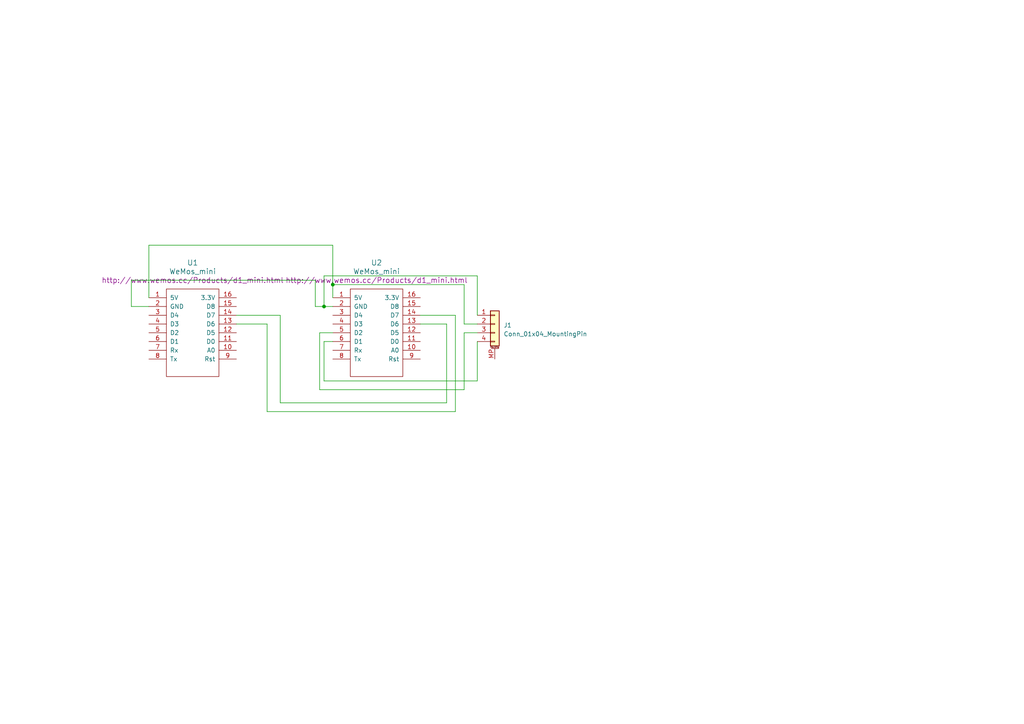
<source format=kicad_sch>
(kicad_sch
	(version 20250114)
	(generator "eeschema")
	(generator_version "9.0")
	(uuid "c60187ac-e642-4786-ac8a-aa7e8b41cec3")
	(paper "A4")
	(lib_symbols
		(symbol "Connector_Generic_MountingPin:Conn_01x04_MountingPin"
			(pin_names
				(offset 1.016)
				(hide yes)
			)
			(exclude_from_sim no)
			(in_bom yes)
			(on_board yes)
			(property "Reference" "J"
				(at 0 5.08 0)
				(effects
					(font
						(size 1.27 1.27)
					)
				)
			)
			(property "Value" "Conn_01x04_MountingPin"
				(at 1.27 -7.62 0)
				(effects
					(font
						(size 1.27 1.27)
					)
					(justify left)
				)
			)
			(property "Footprint" ""
				(at 0 0 0)
				(effects
					(font
						(size 1.27 1.27)
					)
					(hide yes)
				)
			)
			(property "Datasheet" "~"
				(at 0 0 0)
				(effects
					(font
						(size 1.27 1.27)
					)
					(hide yes)
				)
			)
			(property "Description" "Generic connectable mounting pin connector, single row, 01x04, script generated (kicad-library-utils/schlib/autogen/connector/)"
				(at 0 0 0)
				(effects
					(font
						(size 1.27 1.27)
					)
					(hide yes)
				)
			)
			(property "ki_keywords" "connector"
				(at 0 0 0)
				(effects
					(font
						(size 1.27 1.27)
					)
					(hide yes)
				)
			)
			(property "ki_fp_filters" "Connector*:*_1x??-1MP*"
				(at 0 0 0)
				(effects
					(font
						(size 1.27 1.27)
					)
					(hide yes)
				)
			)
			(symbol "Conn_01x04_MountingPin_1_1"
				(rectangle
					(start -1.27 3.81)
					(end 1.27 -6.35)
					(stroke
						(width 0.254)
						(type default)
					)
					(fill
						(type background)
					)
				)
				(rectangle
					(start -1.27 2.667)
					(end 0 2.413)
					(stroke
						(width 0.1524)
						(type default)
					)
					(fill
						(type none)
					)
				)
				(rectangle
					(start -1.27 0.127)
					(end 0 -0.127)
					(stroke
						(width 0.1524)
						(type default)
					)
					(fill
						(type none)
					)
				)
				(rectangle
					(start -1.27 -2.413)
					(end 0 -2.667)
					(stroke
						(width 0.1524)
						(type default)
					)
					(fill
						(type none)
					)
				)
				(rectangle
					(start -1.27 -4.953)
					(end 0 -5.207)
					(stroke
						(width 0.1524)
						(type default)
					)
					(fill
						(type none)
					)
				)
				(polyline
					(pts
						(xy -1.016 -7.112) (xy 1.016 -7.112)
					)
					(stroke
						(width 0.1524)
						(type default)
					)
					(fill
						(type none)
					)
				)
				(text "Mounting"
					(at 0 -6.731 0)
					(effects
						(font
							(size 0.381 0.381)
						)
					)
				)
				(pin passive line
					(at -5.08 2.54 0)
					(length 3.81)
					(name "Pin_1"
						(effects
							(font
								(size 1.27 1.27)
							)
						)
					)
					(number "1"
						(effects
							(font
								(size 1.27 1.27)
							)
						)
					)
				)
				(pin passive line
					(at -5.08 0 0)
					(length 3.81)
					(name "Pin_2"
						(effects
							(font
								(size 1.27 1.27)
							)
						)
					)
					(number "2"
						(effects
							(font
								(size 1.27 1.27)
							)
						)
					)
				)
				(pin passive line
					(at -5.08 -2.54 0)
					(length 3.81)
					(name "Pin_3"
						(effects
							(font
								(size 1.27 1.27)
							)
						)
					)
					(number "3"
						(effects
							(font
								(size 1.27 1.27)
							)
						)
					)
				)
				(pin passive line
					(at -5.08 -5.08 0)
					(length 3.81)
					(name "Pin_4"
						(effects
							(font
								(size 1.27 1.27)
							)
						)
					)
					(number "4"
						(effects
							(font
								(size 1.27 1.27)
							)
						)
					)
				)
				(pin passive line
					(at 0 -10.16 90)
					(length 3.048)
					(name "MountPin"
						(effects
							(font
								(size 1.27 1.27)
							)
						)
					)
					(number "MP"
						(effects
							(font
								(size 1.27 1.27)
							)
						)
					)
				)
			)
			(embedded_fonts no)
		)
		(symbol "Wemos D1 Mini:WeMos_mini"
			(pin_names
				(offset 1.016)
			)
			(exclude_from_sim no)
			(in_bom yes)
			(on_board yes)
			(property "Reference" "U"
				(at 0 12.7 0)
				(effects
					(font
						(size 1.524 1.524)
					)
				)
			)
			(property "Value" "WeMos_mini"
				(at 0 -12.7 0)
				(effects
					(font
						(size 1.524 1.524)
					)
				)
			)
			(property "Footprint" ""
				(at 13.97 -17.78 0)
				(effects
					(font
						(size 1.524 1.524)
					)
				)
			)
			(property "Datasheet" "http://www.wemos.cc/Products/d1_mini.html"
				(at 13.97 -17.78 0)
				(effects
					(font
						(size 1.524 1.524)
					)
				)
			)
			(property "Description" "WeMos D1 mini"
				(at 0 0 0)
				(effects
					(font
						(size 1.27 1.27)
					)
					(hide yes)
				)
			)
			(property "ki_keywords" "esp8266, wemos"
				(at 0 0 0)
				(effects
					(font
						(size 1.27 1.27)
					)
					(hide yes)
				)
			)
			(symbol "WeMos_mini_0_1"
				(rectangle
					(start -7.62 11.43)
					(end 7.62 -13.97)
					(stroke
						(width 0)
						(type solid)
					)
					(fill
						(type none)
					)
				)
			)
			(symbol "WeMos_mini_1_1"
				(pin power_in line
					(at -12.7 8.89 0)
					(length 5.08)
					(name "5V"
						(effects
							(font
								(size 1.27 1.27)
							)
						)
					)
					(number "1"
						(effects
							(font
								(size 1.27 1.27)
							)
						)
					)
				)
				(pin power_in line
					(at -12.7 6.35 0)
					(length 5.08)
					(name "GND"
						(effects
							(font
								(size 1.27 1.27)
							)
						)
					)
					(number "2"
						(effects
							(font
								(size 1.27 1.27)
							)
						)
					)
				)
				(pin bidirectional line
					(at -12.7 3.81 0)
					(length 5.08)
					(name "D4"
						(effects
							(font
								(size 1.27 1.27)
							)
						)
					)
					(number "3"
						(effects
							(font
								(size 1.27 1.27)
							)
						)
					)
				)
				(pin bidirectional line
					(at -12.7 1.27 0)
					(length 5.08)
					(name "D3"
						(effects
							(font
								(size 1.27 1.27)
							)
						)
					)
					(number "4"
						(effects
							(font
								(size 1.27 1.27)
							)
						)
					)
				)
				(pin bidirectional line
					(at -12.7 -1.27 0)
					(length 5.08)
					(name "D2"
						(effects
							(font
								(size 1.27 1.27)
							)
						)
					)
					(number "5"
						(effects
							(font
								(size 1.27 1.27)
							)
						)
					)
				)
				(pin bidirectional line
					(at -12.7 -3.81 0)
					(length 5.08)
					(name "D1"
						(effects
							(font
								(size 1.27 1.27)
							)
						)
					)
					(number "6"
						(effects
							(font
								(size 1.27 1.27)
							)
						)
					)
				)
				(pin bidirectional line
					(at -12.7 -6.35 0)
					(length 5.08)
					(name "Rx"
						(effects
							(font
								(size 1.27 1.27)
							)
						)
					)
					(number "7"
						(effects
							(font
								(size 1.27 1.27)
							)
						)
					)
				)
				(pin bidirectional line
					(at -12.7 -8.89 0)
					(length 5.08)
					(name "Tx"
						(effects
							(font
								(size 1.27 1.27)
							)
						)
					)
					(number "8"
						(effects
							(font
								(size 1.27 1.27)
							)
						)
					)
				)
				(pin power_out line
					(at 12.7 8.89 180)
					(length 5.08)
					(name "3.3V"
						(effects
							(font
								(size 1.27 1.27)
							)
						)
					)
					(number "16"
						(effects
							(font
								(size 1.27 1.27)
							)
						)
					)
				)
				(pin bidirectional line
					(at 12.7 6.35 180)
					(length 5.08)
					(name "D8"
						(effects
							(font
								(size 1.27 1.27)
							)
						)
					)
					(number "15"
						(effects
							(font
								(size 1.27 1.27)
							)
						)
					)
				)
				(pin bidirectional line
					(at 12.7 3.81 180)
					(length 5.08)
					(name "D7"
						(effects
							(font
								(size 1.27 1.27)
							)
						)
					)
					(number "14"
						(effects
							(font
								(size 1.27 1.27)
							)
						)
					)
				)
				(pin bidirectional line
					(at 12.7 1.27 180)
					(length 5.08)
					(name "D6"
						(effects
							(font
								(size 1.27 1.27)
							)
						)
					)
					(number "13"
						(effects
							(font
								(size 1.27 1.27)
							)
						)
					)
				)
				(pin bidirectional line
					(at 12.7 -1.27 180)
					(length 5.08)
					(name "D5"
						(effects
							(font
								(size 1.27 1.27)
							)
						)
					)
					(number "12"
						(effects
							(font
								(size 1.27 1.27)
							)
						)
					)
				)
				(pin bidirectional line
					(at 12.7 -3.81 180)
					(length 5.08)
					(name "D0"
						(effects
							(font
								(size 1.27 1.27)
							)
						)
					)
					(number "11"
						(effects
							(font
								(size 1.27 1.27)
							)
						)
					)
				)
				(pin bidirectional line
					(at 12.7 -6.35 180)
					(length 5.08)
					(name "A0"
						(effects
							(font
								(size 1.27 1.27)
							)
						)
					)
					(number "10"
						(effects
							(font
								(size 1.27 1.27)
							)
						)
					)
				)
				(pin bidirectional line
					(at 12.7 -8.89 180)
					(length 5.08)
					(name "Rst"
						(effects
							(font
								(size 1.27 1.27)
							)
						)
					)
					(number "9"
						(effects
							(font
								(size 1.27 1.27)
							)
						)
					)
				)
			)
			(embedded_fonts no)
		)
	)
	(junction
		(at 93.98 88.9)
		(diameter 0)
		(color 0 0 0 0)
		(uuid "1c5bf5c2-0f89-493a-bc72-04dd92e729b6")
	)
	(junction
		(at 96.52 82.55)
		(diameter 0)
		(color 0 0 0 0)
		(uuid "628717d6-d9f4-42f2-af97-f65ca1572a20")
	)
	(wire
		(pts
			(xy 132.08 119.38) (xy 77.47 119.38)
		)
		(stroke
			(width 0)
			(type default)
		)
		(uuid "03c930ac-979a-4e73-a0b4-3555af51292c")
	)
	(wire
		(pts
			(xy 138.43 91.44) (xy 138.43 80.01)
		)
		(stroke
			(width 0)
			(type default)
		)
		(uuid "11baeaed-8d79-436d-a306-e26c8f677770")
	)
	(wire
		(pts
			(xy 96.52 71.12) (xy 96.52 82.55)
		)
		(stroke
			(width 0)
			(type default)
		)
		(uuid "18a4d533-b9e4-4c53-a964-826e0f5aa5e8")
	)
	(wire
		(pts
			(xy 93.98 110.49) (xy 93.98 99.06)
		)
		(stroke
			(width 0)
			(type default)
		)
		(uuid "2074cb01-657d-4472-87f6-87787d5f7977")
	)
	(wire
		(pts
			(xy 138.43 96.52) (xy 134.62 96.52)
		)
		(stroke
			(width 0)
			(type default)
		)
		(uuid "237b4a95-c3e6-4220-85da-fe188fa7d434")
	)
	(wire
		(pts
			(xy 138.43 93.98) (xy 134.62 93.98)
		)
		(stroke
			(width 0)
			(type default)
		)
		(uuid "2c232ffb-8420-43d0-b0be-1fa16272cf40")
	)
	(wire
		(pts
			(xy 96.52 82.55) (xy 96.52 86.36)
		)
		(stroke
			(width 0)
			(type default)
		)
		(uuid "2f6c5341-0f1a-43ee-a8d4-a16ac2be3f94")
	)
	(wire
		(pts
			(xy 38.1 88.9) (xy 43.18 88.9)
		)
		(stroke
			(width 0)
			(type default)
		)
		(uuid "34accd17-704f-4675-bbd1-a143e74e6c14")
	)
	(wire
		(pts
			(xy 91.44 81.28) (xy 38.1 81.28)
		)
		(stroke
			(width 0)
			(type default)
		)
		(uuid "36d98bee-184f-4d56-b4d9-970377b57018")
	)
	(wire
		(pts
			(xy 134.62 82.55) (xy 96.52 82.55)
		)
		(stroke
			(width 0)
			(type default)
		)
		(uuid "427826b3-a3f2-4b6b-b397-52bd2d598430")
	)
	(wire
		(pts
			(xy 92.71 96.52) (xy 96.52 96.52)
		)
		(stroke
			(width 0)
			(type default)
		)
		(uuid "482083c5-5a3c-41ef-872d-716238118b7b")
	)
	(wire
		(pts
			(xy 93.98 80.01) (xy 93.98 88.9)
		)
		(stroke
			(width 0)
			(type default)
		)
		(uuid "4b238489-bfbb-4a1d-98f7-9ae0a51c7be2")
	)
	(wire
		(pts
			(xy 129.54 93.98) (xy 129.54 116.84)
		)
		(stroke
			(width 0)
			(type default)
		)
		(uuid "4ceaeb63-abd0-4d60-bff7-6cb103f17f3f")
	)
	(wire
		(pts
			(xy 81.28 116.84) (xy 81.28 91.44)
		)
		(stroke
			(width 0)
			(type default)
		)
		(uuid "4e8f18cd-7575-4412-a8db-59157cfbb8f3")
	)
	(wire
		(pts
			(xy 134.62 93.98) (xy 134.62 82.55)
		)
		(stroke
			(width 0)
			(type default)
		)
		(uuid "6a5e8701-8582-40eb-9efa-b7b2f47f8a33")
	)
	(wire
		(pts
			(xy 91.44 88.9) (xy 91.44 81.28)
		)
		(stroke
			(width 0)
			(type default)
		)
		(uuid "7422ce0a-9475-422b-aeed-604f2eb7267a")
	)
	(wire
		(pts
			(xy 38.1 81.28) (xy 38.1 88.9)
		)
		(stroke
			(width 0)
			(type default)
		)
		(uuid "761186e6-fef1-439d-90dc-2fafaa515f30")
	)
	(wire
		(pts
			(xy 121.92 93.98) (xy 129.54 93.98)
		)
		(stroke
			(width 0)
			(type default)
		)
		(uuid "77e31fdb-96a7-402d-9405-588942a53250")
	)
	(wire
		(pts
			(xy 134.62 96.52) (xy 134.62 113.03)
		)
		(stroke
			(width 0)
			(type default)
		)
		(uuid "793a6f75-0830-43c8-a62d-71fdc40f64f8")
	)
	(wire
		(pts
			(xy 134.62 113.03) (xy 92.71 113.03)
		)
		(stroke
			(width 0)
			(type default)
		)
		(uuid "7b2dd77d-1b21-4149-8cad-cc6375e83764")
	)
	(wire
		(pts
			(xy 138.43 110.49) (xy 93.98 110.49)
		)
		(stroke
			(width 0)
			(type default)
		)
		(uuid "7d74a3e6-8207-4db7-a5bf-f08274011efa")
	)
	(wire
		(pts
			(xy 77.47 93.98) (xy 68.58 93.98)
		)
		(stroke
			(width 0)
			(type default)
		)
		(uuid "85cc35b8-2937-423f-b01e-bc7bd435a99e")
	)
	(wire
		(pts
			(xy 93.98 88.9) (xy 91.44 88.9)
		)
		(stroke
			(width 0)
			(type default)
		)
		(uuid "89d17da3-a267-4953-ab72-71c0cae606d5")
	)
	(wire
		(pts
			(xy 93.98 99.06) (xy 96.52 99.06)
		)
		(stroke
			(width 0)
			(type default)
		)
		(uuid "907d32c3-cebd-4efd-aade-dd8036821a07")
	)
	(wire
		(pts
			(xy 132.08 91.44) (xy 132.08 119.38)
		)
		(stroke
			(width 0)
			(type default)
		)
		(uuid "9679f171-da7c-4a1b-9857-9224bce12e3f")
	)
	(wire
		(pts
			(xy 92.71 113.03) (xy 92.71 96.52)
		)
		(stroke
			(width 0)
			(type default)
		)
		(uuid "9a2375c7-dc4a-4075-ac38-753ad1114c62")
	)
	(wire
		(pts
			(xy 43.18 71.12) (xy 96.52 71.12)
		)
		(stroke
			(width 0)
			(type default)
		)
		(uuid "9f7d5991-59f5-4a97-bb2b-52df6d5c0291")
	)
	(wire
		(pts
			(xy 138.43 99.06) (xy 138.43 110.49)
		)
		(stroke
			(width 0)
			(type default)
		)
		(uuid "a0f148d0-d638-43a3-b77d-cd75329c17aa")
	)
	(wire
		(pts
			(xy 129.54 116.84) (xy 81.28 116.84)
		)
		(stroke
			(width 0)
			(type default)
		)
		(uuid "acf69538-40aa-4f44-8a74-50464a0d7d59")
	)
	(wire
		(pts
			(xy 96.52 88.9) (xy 93.98 88.9)
		)
		(stroke
			(width 0)
			(type default)
		)
		(uuid "bbfe055f-278f-4fa3-8e9f-dafd3622eabd")
	)
	(wire
		(pts
			(xy 77.47 119.38) (xy 77.47 93.98)
		)
		(stroke
			(width 0)
			(type default)
		)
		(uuid "c940287d-2a82-41aa-bcc6-37305f9675b1")
	)
	(wire
		(pts
			(xy 81.28 91.44) (xy 68.58 91.44)
		)
		(stroke
			(width 0)
			(type default)
		)
		(uuid "d5279970-dc6e-43b0-b535-f9443775585d")
	)
	(wire
		(pts
			(xy 138.43 80.01) (xy 93.98 80.01)
		)
		(stroke
			(width 0)
			(type default)
		)
		(uuid "d8f630a3-175d-4bb6-a37a-33038a2201a0")
	)
	(wire
		(pts
			(xy 43.18 86.36) (xy 43.18 71.12)
		)
		(stroke
			(width 0)
			(type default)
		)
		(uuid "f32dc3bb-eeb7-4b4b-b9f2-1d558eda0cf9")
	)
	(wire
		(pts
			(xy 121.92 91.44) (xy 132.08 91.44)
		)
		(stroke
			(width 0)
			(type default)
		)
		(uuid "fd014e25-431c-494f-a1b1-be5d25244a41")
	)
	(symbol
		(lib_id "Wemos D1 Mini:WeMos_mini")
		(at 55.88 95.25 0)
		(unit 1)
		(exclude_from_sim no)
		(in_bom yes)
		(on_board yes)
		(dnp no)
		(fields_autoplaced yes)
		(uuid "204bce6d-78f1-4e3f-b0f8-35f5bbeba45f")
		(property "Reference" "U1"
			(at 55.88 76.2 0)
			(effects
				(font
					(size 1.524 1.524)
				)
			)
		)
		(property "Value" "WeMos_mini"
			(at 55.88 78.74 0)
			(effects
				(font
					(size 1.524 1.524)
				)
			)
		)
		(property "Footprint" "Wemos D1 Mini:D1_mini_board"
			(at 69.85 113.03 0)
			(effects
				(font
					(size 1.524 1.524)
				)
				(hide yes)
			)
		)
		(property "Datasheet" "http://www.wemos.cc/Products/d1_mini.html"
			(at 55.88 81.28 0)
			(effects
				(font
					(size 1.524 1.524)
				)
			)
		)
		(property "Description" "WeMos D1 mini"
			(at 55.88 95.25 0)
			(effects
				(font
					(size 1.27 1.27)
				)
				(hide yes)
			)
		)
		(pin "2"
			(uuid "43002886-0edf-4242-b14a-dd2b455ecf14")
		)
		(pin "6"
			(uuid "c38713f1-043d-4aed-985c-3ca3b26c71c5")
		)
		(pin "7"
			(uuid "50cbb950-d50b-4fdd-b5fc-533248d6ceaa")
		)
		(pin "8"
			(uuid "0dd1fca6-c609-4baa-9e99-ebef5879f3c1")
		)
		(pin "3"
			(uuid "3c2562d5-0038-48c2-8a2a-c4271ce6aefe")
		)
		(pin "16"
			(uuid "128892ec-e123-4e90-b791-744ecddc91b4")
		)
		(pin "15"
			(uuid "51bcfd88-e683-45db-8ed1-c1fdf0a51df2")
		)
		(pin "4"
			(uuid "1a707a45-48b3-4d6a-b75c-fcea9341b241")
		)
		(pin "5"
			(uuid "030f4675-7582-4b3a-8469-9a03012ee800")
		)
		(pin "1"
			(uuid "9ea2b5c2-aaad-4fe5-afe8-bee7d602194f")
		)
		(pin "12"
			(uuid "91c77034-99b9-4cd1-bf71-39ae89a09fb6")
		)
		(pin "10"
			(uuid "f58c3eea-75c9-487a-a98e-7b79ea2e0f3f")
		)
		(pin "14"
			(uuid "f5b43368-550e-45d4-8a2f-483f25710fbd")
		)
		(pin "13"
			(uuid "e115f28f-75a4-4e50-a477-cbce3690d089")
		)
		(pin "9"
			(uuid "42575063-69f7-4a82-bd37-630a090818f0")
		)
		(pin "11"
			(uuid "e7ba967b-170b-45aa-a81c-79c86e03fa87")
		)
		(instances
			(project ""
				(path "/c60187ac-e642-4786-ac8a-aa7e8b41cec3"
					(reference "U1")
					(unit 1)
				)
			)
		)
	)
	(symbol
		(lib_id "Connector_Generic_MountingPin:Conn_01x04_MountingPin")
		(at 143.51 93.98 0)
		(unit 1)
		(exclude_from_sim no)
		(in_bom yes)
		(on_board yes)
		(dnp no)
		(fields_autoplaced yes)
		(uuid "3d144e82-e169-4dd4-905d-e819697a49d5")
		(property "Reference" "J1"
			(at 146.05 94.3355 0)
			(effects
				(font
					(size 1.27 1.27)
				)
				(justify left)
			)
		)
		(property "Value" "Conn_01x04_MountingPin"
			(at 146.05 96.8755 0)
			(effects
				(font
					(size 1.27 1.27)
				)
				(justify left)
			)
		)
		(property "Footprint" "Connector_PinHeader_2.54mm:PinHeader_1x04_P2.54mm_Vertical"
			(at 143.51 93.98 0)
			(effects
				(font
					(size 1.27 1.27)
				)
				(hide yes)
			)
		)
		(property "Datasheet" "~"
			(at 143.51 93.98 0)
			(effects
				(font
					(size 1.27 1.27)
				)
				(hide yes)
			)
		)
		(property "Description" "Generic connectable mounting pin connector, single row, 01x04, script generated (kicad-library-utils/schlib/autogen/connector/)"
			(at 143.51 93.98 0)
			(effects
				(font
					(size 1.27 1.27)
				)
				(hide yes)
			)
		)
		(pin "3"
			(uuid "f4aaca31-7b6e-4108-b1da-39a941be28a2")
		)
		(pin "MP"
			(uuid "e45da256-1c4e-44c6-ab9e-778a50446c63")
		)
		(pin "4"
			(uuid "3ffb8646-5e6b-4249-8340-6aceb8065406")
		)
		(pin "2"
			(uuid "fb94dd7c-df1c-42eb-8682-c528a043861f")
		)
		(pin "1"
			(uuid "d716413a-c446-4bca-ae30-a9bbc3091f2b")
		)
		(instances
			(project ""
				(path "/c60187ac-e642-4786-ac8a-aa7e8b41cec3"
					(reference "J1")
					(unit 1)
				)
			)
		)
	)
	(symbol
		(lib_id "Wemos D1 Mini:WeMos_mini")
		(at 109.22 95.25 0)
		(unit 1)
		(exclude_from_sim no)
		(in_bom yes)
		(on_board yes)
		(dnp no)
		(fields_autoplaced yes)
		(uuid "80fd5eab-f0b1-479c-9aef-196917f4e460")
		(property "Reference" "U2"
			(at 109.22 76.2 0)
			(effects
				(font
					(size 1.524 1.524)
				)
			)
		)
		(property "Value" "WeMos_mini"
			(at 109.22 78.74 0)
			(effects
				(font
					(size 1.524 1.524)
				)
			)
		)
		(property "Footprint" "Wemos D1 Mini:D1_mini_board"
			(at 123.19 113.03 0)
			(effects
				(font
					(size 1.524 1.524)
				)
				(hide yes)
			)
		)
		(property "Datasheet" "http://www.wemos.cc/Products/d1_mini.html"
			(at 109.22 81.28 0)
			(effects
				(font
					(size 1.524 1.524)
				)
			)
		)
		(property "Description" "WeMos D1 mini"
			(at 109.22 95.25 0)
			(effects
				(font
					(size 1.27 1.27)
				)
				(hide yes)
			)
		)
		(pin "1"
			(uuid "f7e04e59-9d30-4ccc-a19e-e7314920230c")
		)
		(pin "2"
			(uuid "cf19e631-df5e-474c-b319-f150319cc246")
		)
		(pin "12"
			(uuid "b5377665-2874-4ad8-ba4d-e078034c2871")
		)
		(pin "10"
			(uuid "807dc153-cfba-4872-af87-5c93fc0aaff4")
		)
		(pin "7"
			(uuid "593c04d2-6039-4c7e-ab47-979bed1d4421")
		)
		(pin "3"
			(uuid "29313cc3-9648-4077-9f17-3adb34c27a2d")
		)
		(pin "5"
			(uuid "3ad222e6-d701-4099-94a3-dd4be544ac70")
		)
		(pin "8"
			(uuid "2fde3eaa-86f8-482d-a451-302c0297118c")
		)
		(pin "16"
			(uuid "126a1a01-7077-44fe-95e7-2b7d8e9711f3")
		)
		(pin "15"
			(uuid "58331181-d8b6-4f59-910a-4d76618da748")
		)
		(pin "4"
			(uuid "47c7d5a9-8dd1-4325-aa0a-590207341a96")
		)
		(pin "6"
			(uuid "612e11fc-d071-4113-9be1-d51b34697a20")
		)
		(pin "14"
			(uuid "0661156d-7320-409e-90e0-1850c75a0741")
		)
		(pin "13"
			(uuid "7786ca0d-f9c4-4cbb-a3ee-2ccda461dc29")
		)
		(pin "11"
			(uuid "60a9e296-f830-4c0a-a602-dc83b222f0b6")
		)
		(pin "9"
			(uuid "1ae9d179-3264-43f2-8143-69b6c6177fc5")
		)
		(instances
			(project ""
				(path "/c60187ac-e642-4786-ac8a-aa7e8b41cec3"
					(reference "U2")
					(unit 1)
				)
			)
		)
	)
	(sheet_instances
		(path "/"
			(page "1")
		)
	)
	(embedded_fonts no)
)

</source>
